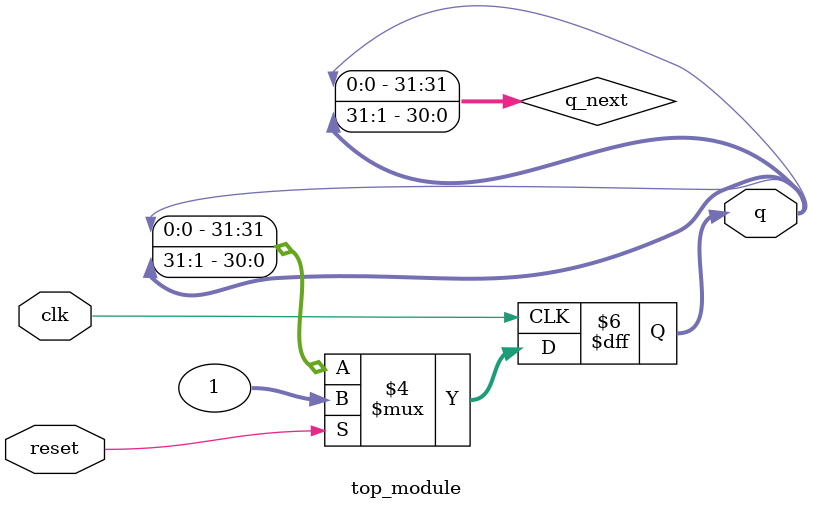
<source format=sv>
module top_module(
    input clk,
    input reset,
    output reg [31:0] q
);

    reg [31:0] q_next;

    always @(posedge clk) begin
        if (reset) begin
            q <= 32'h1;
        end else begin
            q <= q_next;
        end
    end

    always @(*) begin
        q_next = {q[0], q[31:1]};
    end

endmodule

</source>
